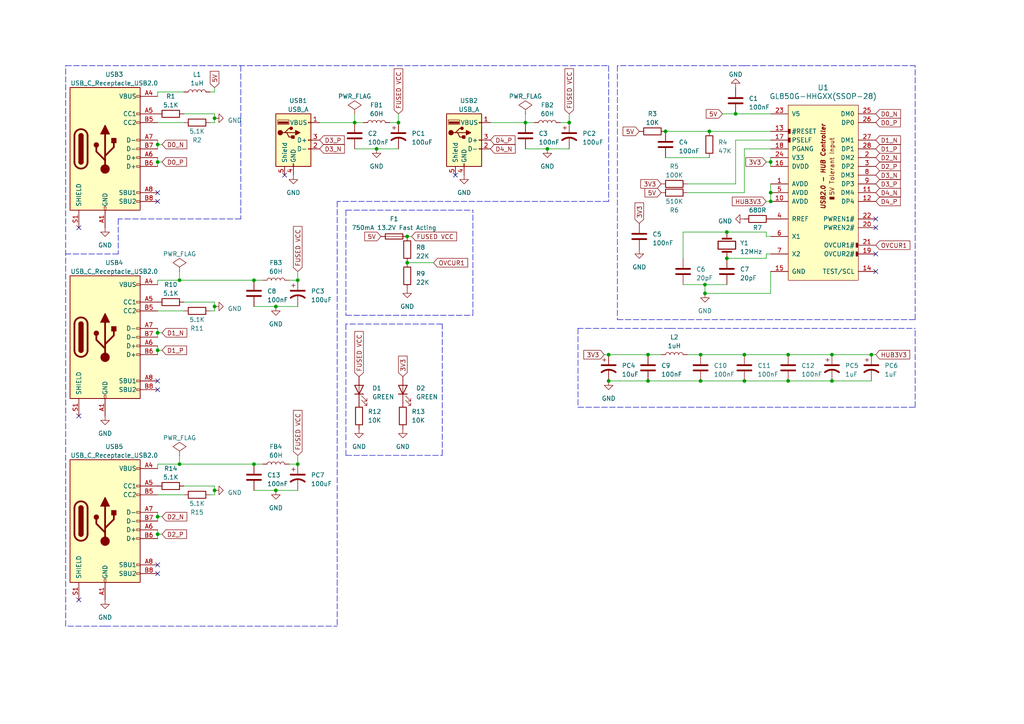
<source format=kicad_sch>
(kicad_sch (version 20250114) (generator "eeschema") (generator_version "9.0")
  (paper "A4")
  (lib_symbols
    (symbol "Connector:USB_A" (pin_names (offset 1.016))
      (property "Reference" "J" (at -5.08 11.43 0))
      (property "Value" "USB_A" (at -5.08 8.89 0))
      (symbol "USB_A_0_1"
        (rectangle (start -5.08 -7.62) (end 5.08 7.62) (stroke (width 0.254)) (fill (type background)))
        (circle (center -3.81 2.159) (radius 0.635) (stroke (width 0.254)) (fill (type outline)))
        (polyline (pts (xy -3.175 2.159) (xy -2.54 2.159) (xy -1.27 3.429) (xy -0.635 3.429)) (stroke (width 0.254)))
        (polyline (pts (xy -2.54 2.159) (xy -1.905 2.159) (xy -1.27 0.889) (xy 0 0.889)) (stroke (width 0.254)))
        (rectangle (start -1.524 4.826) (end -4.318 5.334) (fill (type outline)))
        (rectangle (start -1.27 4.572) (end -4.572 5.842))
        (circle (center -0.635 3.429) (radius 0.381) (stroke (width 0.254)) (fill (type outline)))
        (rectangle (start -0.127 -7.62) (end 0.127 -6.858))
        (rectangle (start 0.254 1.27) (end -0.508 0.508) (stroke (width 0.254)) (fill (type outline)))
        (polyline (pts (xy 0.635 2.794) (xy 0.635 1.524) (xy 1.905 2.159) (xy 0.635 2.794)) (stroke (width 0.254)) (fill (type outline)))
        (rectangle (start 5.08 4.953) (end 4.318 5.207))
        (rectangle (start 5.08 -0.127) (end 4.318 0.127))
        (rectangle (start 5.08 -2.667) (end 4.318 -2.413))
      )
      (symbol "USB_A_1_1"
        (polyline (pts (xy -1.905 2.159) (xy 0.635 2.159)) (stroke (width 0.254)))
        (pin passive line (at -2.54 -10.16 90) (length 2.54) (name "Shield") (number "5"))
        (pin power_in line (at 0 -10.16 90) (length 2.54) (name "GND") (number "4"))
        (pin power_in line (at 7.62 5.08 180) (length 2.54) (name "VBUS") (number "1"))
        (pin bidirectional line (at 7.62 0 180) (length 2.54) (name "D+") (number "3"))
        (pin bidirectional line (at 7.62 -2.54 180) (length 2.54) (name "D-") (number "2"))
      )
    )
    (symbol "Connector:USB_C_Receptacle_USB2.0" (pin_names (offset 1.016))
      (property "Reference" "J" (at -10.16 19.05 0))
      (property "Value" "USB_C_Receptacle_USB2.0" (at 19.05 19.05 0))
      (symbol "USB_C_Receptacle_USB2.0_0_0"
        (rectangle (start -0.254 -17.78) (end 0.254 -16.764))
        (rectangle (start 10.16 15.494) (end 9.144 14.986))
        (rectangle (start 10.16 10.414) (end 9.144 9.906))
        (rectangle (start 10.16 7.874) (end 9.144 7.366))
        (rectangle (start 10.16 2.794) (end 9.144 2.286))
        (rectangle (start 10.16 0.254) (end 9.144 -0.254))
        (rectangle (start 10.16 -2.286) (end 9.144 -2.794))
        (rectangle (start 10.16 -4.826) (end 9.144 -5.334))
        (rectangle (start 10.16 -12.446) (end 9.144 -12.954))
        (rectangle (start 10.16 -14.986) (end 9.144 -15.494))
      )
      (symbol "USB_C_Receptacle_USB2.0_0_1"
        (rectangle (start -10.16 17.78) (end 10.16 -17.78) (stroke (width 0.254)) (fill (type background)))
        (polyline (pts (xy -8.89 -3.81) (xy -8.89 3.81)) (stroke (width 0.508)))
        (rectangle (start -7.62 -3.81) (end -6.35 3.81) (stroke (width 0.254)) (fill (type outline)))
        (arc (start -8.89 3.81) (mid -6.985 5.715) (end -5.08 3.81) (stroke (width 0.508)))
        (arc (start -7.62 3.81) (mid -6.985 4.445) (end -6.35 3.81) (stroke (width 0.254)))
        (arc (start -7.62 3.81) (mid -6.985 4.445) (end -6.35 3.81) (stroke (width 0.254)) (fill (type outline)))
        (arc (start -6.35 -3.81) (mid -6.985 -4.445) (end -7.62 -3.81) (stroke (width 0.254)))
        (arc (start -6.35 -3.81) (mid -6.985 -4.445) (end -7.62 -3.81) (stroke (width 0.254)) (fill (type outline)))
        (arc (start -5.08 -3.81) (mid -6.985 -5.715) (end -8.89 -3.81) (stroke (width 0.508)))
        (polyline (pts (xy -5.08 3.81) (xy -5.08 -3.81)) (stroke (width 0.508)))
        (circle (center -2.54 1.143) (radius 0.635) (stroke (width 0.254)) (fill (type outline)))
        (polyline (pts (xy -1.27 4.318) (xy 0 6.858) (xy 1.27 4.318) (xy -1.27 4.318)) (stroke (width 0.254)) (fill (type outline)))
        (polyline (pts (xy 0 -2.032) (xy 2.54 0.508) (xy 2.54 1.778)) (stroke (width 0.508)))
        (polyline (pts (xy 0 -3.302) (xy -2.54 -0.762) (xy -2.54 0.508)) (stroke (width 0.508)))
        (polyline (pts (xy 0 -5.842) (xy 0 4.318)) (stroke (width 0.508)))
        (circle (center 0 -5.842) (radius 1.27) (fill (type outline)))
        (rectangle (start 1.905 1.778) (end 3.175 3.048) (stroke (width 0.254)) (fill (type outline)))
      )
      (symbol "USB_C_Receptacle_USB2.0_1_1"
        (pin passive line (at -7.62 -22.86 90) (length 5.08) (name "SHIELD") (number "S1"))
        (pin passive line (at 0 -22.86 90) (length 5.08) (name "GND") (number "A1"))
        (pin passive line (at 0 -22.86 90) (length 5.08) (hide yes) (name "GND") (number "A12"))
        (pin passive line (at 0 -22.86 90) (length 5.08) (hide yes) (name "GND") (number "B1"))
        (pin passive line (at 0 -22.86 90) (length 5.08) (hide yes) (name "GND") (number "B12"))
        (pin passive line (at 15.24 15.24 180) (length 5.08) (name "VBUS") (number "A4"))
        (pin passive line (at 15.24 15.24 180) (length 5.08) (hide yes) (name "VBUS") (number "A9"))
        (pin passive line (at 15.24 15.24 180) (length 5.08) (hide yes) (name "VBUS") (number "B4"))
        (pin passive line (at 15.24 15.24 180) (length 5.08) (hide yes) (name "VBUS") (number "B9"))
        (pin bidirectional line (at 15.24 10.16 180) (length 5.08) (name "CC1") (number "A5"))
        (pin bidirectional line (at 15.24 7.62 180) (length 5.08) (name "CC2") (number "B5"))
        (pin bidirectional line (at 15.24 2.54 180) (length 5.08) (name "D-") (number "A7"))
        (pin bidirectional line (at 15.24 0 180) (length 5.08) (name "D-") (number "B7"))
        (pin bidirectional line (at 15.24 -2.54 180) (length 5.08) (name "D+") (number "A6"))
        (pin bidirectional line (at 15.24 -5.08 180) (length 5.08) (name "D+") (number "B6"))
        (pin bidirectional line (at 15.24 -12.7 180) (length 5.08) (name "SBU1") (number "A8"))
        (pin bidirectional line (at 15.24 -15.24 180) (length 5.08) (name "SBU2") (number "B8"))
      )
    )
    (symbol "Device:C" (pin_numbers (hide yes)) (pin_names (offset 0.254))
      (property "Reference" "C" (at 0.635 2.54 0))
      (property "Value" "C" (at 0.635 -2.54 0))
      (symbol "C_0_1"
        (polyline (pts (xy -2.032 0.762) (xy 2.032 0.762)) (stroke (width 0.508)))
        (polyline (pts (xy -2.032 -0.762) (xy 2.032 -0.762)) (stroke (width 0.508)))
      )
      (symbol "C_1_1"
        (pin passive line (at 0 3.81 270) (length 2.794) (name "~") (number "1"))
        (pin passive line (at 0 -3.81 90) (length 2.794) (name "~") (number "2"))
      )
    )
    (symbol "Device:C_Polarized_US" (pin_numbers (hide yes)) (pin_names (offset 0.254) (hide yes))
      (property "Reference" "C" (at 0.635 2.54 0))
      (property "Value" "C_Polarized_US" (at 0.635 -2.54 0))
      (symbol "C_Polarized_US_0_1"
        (polyline (pts (xy -2.032 0.762) (xy 2.032 0.762)) (stroke (width 0.508)))
        (polyline (pts (xy -1.778 2.286) (xy -0.762 2.286)))
        (polyline (pts (xy -1.27 1.778) (xy -1.27 2.794)))
        (arc (start -2.032 -1.27) (mid 0 -0.5572) (end 2.032 -1.27) (stroke (width 0.508)))
      )
      (symbol "C_Polarized_US_1_1"
        (pin passive line (at 0 3.81 270) (length 2.794) (name "~") (number "1"))
        (pin passive line (at 0 -3.81 90) (length 3.302) (name "~") (number "2"))
      )
    )
    (symbol "Device:Crystal" (pin_numbers (hide yes)) (pin_names (offset 1.016) (hide yes))
      (property "Reference" "Y" (at 0 3.81 0))
      (property "Value" "Crystal" (at 0 -3.81 0))
      (symbol "Crystal_0_1"
        (polyline (pts (xy -2.54 0) (xy -1.905 0)))
        (polyline (pts (xy -1.905 -1.27) (xy -1.905 1.27)) (stroke (width 0.508)))
        (rectangle (start -1.143 2.54) (end 1.143 -2.54) (stroke (width 0.3048)))
        (polyline (pts (xy 1.905 -1.27) (xy 1.905 1.27)) (stroke (width 0.508)))
        (polyline (pts (xy 2.54 0) (xy 1.905 0)))
      )
      (symbol "Crystal_1_1"
        (pin passive line (at -3.81 0 0) (length 1.27) (name "1") (number "1"))
        (pin passive line (at 3.81 0 180) (length 1.27) (name "2") (number "2"))
      )
    )
    (symbol "Device:Fuse" (pin_numbers (hide yes)) (pin_names (offset 0))
      (property "Reference" "F" (at 2.032 0 90))
      (property "Value" "Fuse" (at -1.905 0 90))
      (symbol "Fuse_0_1"
        (rectangle (start -0.762 -2.54) (end 0.762 2.54) (stroke (width 0.254)))
        (polyline (pts (xy 0 2.54) (xy 0 -2.54)))
      )
      (symbol "Fuse_1_1"
        (pin passive line (at 0 3.81 270) (length 1.27) (name "~") (number "1"))
        (pin passive line (at 0 -3.81 90) (length 1.27) (name "~") (number "2"))
      )
    )
    (symbol "Device:L" (pin_numbers (hide yes)) (pin_names (offset 1.016) (hide yes))
      (property "Reference" "L" (at -1.27 0 90))
      (property "Value" "L" (at 1.905 0 90))
      (symbol "L_0_1"
        (arc (start 0 2.54) (mid 0.635 1.905) (end 0 1.27))
        (arc (start 0 1.27) (mid 0.635 0.635) (end 0 0))
        (arc (start 0 0) (mid 0.635 -0.635) (end 0 -1.27))
        (arc (start 0 -1.27) (mid 0.635 -1.905) (end 0 -2.54))
      )
      (symbol "L_1_1"
        (pin passive line (at 0 3.81 270) (length 1.27) (name "1") (number "1"))
        (pin passive line (at 0 -3.81 90) (length 1.27) (name "2") (number "2"))
      )
    )
    (symbol "Device:LED" (pin_numbers (hide yes)) (pin_names (offset 1.016) (hide yes))
      (property "Reference" "D" (at 0 2.54 0))
      (property "Value" "LED" (at 0 -2.54 0))
      (symbol "LED_0_1"
        (polyline (pts (xy -3.048 -0.762) (xy -4.572 -2.286) (xy -3.81 -2.286) (xy -4.572 -2.286) (xy -4.572 -1.524)))
        (polyline (pts (xy -1.778 -0.762) (xy -3.302 -2.286) (xy -2.54 -2.286) (xy -3.302 -2.286) (xy -3.302 -1.524)))
        (polyline (pts (xy -1.27 0) (xy 1.27 0)))
        (polyline (pts (xy -1.27 -1.27) (xy -1.27 1.27)) (stroke (width 0.254)))
        (polyline (pts (xy 1.27 -1.27) (xy 1.27 1.27) (xy -1.27 0) (xy 1.27 -1.27)) (stroke (width 0.254)))
      )
      (symbol "LED_1_1"
        (pin passive line (at -3.81 0 0) (length 2.54) (name "K") (number "1"))
        (pin passive line (at 3.81 0 180) (length 2.54) (name "A") (number "2"))
      )
    )
    (symbol "Device:R" (pin_numbers (hide yes)) (pin_names (offset 0))
      (property "Reference" "R" (at 2.032 0 90))
      (property "Value" "R" (at 0 0 90))
      (symbol "R_0_1"
        (rectangle (start -1.016 -2.54) (end 1.016 2.54) (stroke (width 0.254)))
      )
      (symbol "R_1_1"
        (pin passive line (at 0 3.81 270) (length 1.27) (name "~") (number "1"))
        (pin passive line (at 0 -3.81 90) (length 1.27) (name "~") (number "2"))
      )
    )
    (symbol "OLIMEX_IC:GL850G-HHGXX(SSOP-28)" (pin_names (offset 1.016))
      (property "Reference" "U" (at 0 27.94 0))
      (property "Value" "GL850G-HHGXX(SSOP-28)" (at 0 -27.94 0))
      (symbol "GL850G-HHGXX(SSOP-28)_0_0"
        (rectangle (start -10.16 18.415) (end -9.525 17.145) (fill (type outline)))
        (rectangle (start -10.16 15.875) (end -9.525 14.605) (fill (type outline)))
        (rectangle (start 1.905 -1.905) (end 3.175 -1.27) (fill (type outline)))
        (rectangle (start 9.525 -14.605) (end 10.16 -15.875) (fill (type outline)))
        (rectangle (start 9.525 -17.145) (end 10.16 -18.415) (fill (type outline)))
        (text "USB2.0 - HUB Controller" (at 0 7.62 900) (effects (font (size 1.27 1.27) (bold yes) (italic yes))))
        (text "5V Tolerant Input" (at 2.54 7.62 900) (effects (font (size 1.27 1.27))))
      )
      (symbol "GL850G-HHGXX(SSOP-28)_0_1"
        (rectangle (start -10.16 25.4) (end 10.16 -25.4) (fill (type background)))
      )
      (symbol "GL850G-HHGXX(SSOP-28)_1_1"
        (pin power_in line (at -15.24 22.86 0) (length 5.08) (name "V5") (number "23"))
        (pin input line (at -15.24 17.78 0) (length 5.08) (name "#RESET") (number "13"))
        (pin input line (at -15.24 15.24 0) (length 5.08) (name "PSELF") (number "17"))
        (pin bidirectional line (at -15.24 12.7 0) (length 5.08) (name "PGANG") (number "18"))
        (pin power_out line (at -15.24 10.16 0) (length 5.08) (name "V33") (number "24"))
        (pin power_in line (at -15.24 7.62 0) (length 5.08) (name "DVDD") (number "16"))
        (pin power_in line (at -15.24 2.54 0) (length 5.08) (name "AVDD") (number "1"))
        (pin power_in line (at -15.24 0 0) (length 5.08) (name "AVDD") (number "5"))
        (pin power_in line (at -15.24 -2.54 0) (length 5.08) (name "AVDD") (number "10"))
        (pin bidirectional line (at -15.24 -7.62 0) (length 5.08) (name "RREF") (number "4"))
        (pin input line (at -15.24 -12.7 0) (length 5.08) (name "X1") (number "6"))
        (pin output line (at -15.24 -17.78 0) (length 5.08) (name "X2") (number "7"))
        (pin power_in line (at -15.24 -22.86 0) (length 5.08) (name "GND") (number "15"))
        (pin bidirectional line (at 15.24 22.86 180) (length 5.08) (name "DM0") (number "25"))
        (pin bidirectional line (at 15.24 20.32 180) (length 5.08) (name "DP0") (number "26"))
        (pin bidirectional line (at 15.24 15.24 180) (length 5.08) (name "DM1") (number "27"))
        (pin bidirectional line (at 15.24 12.7 180) (length 5.08) (name "DP1") (number "28"))
        (pin bidirectional line (at 15.24 10.16 180) (length 5.08) (name "DM2") (number "2"))
        (pin bidirectional line (at 15.24 7.62 180) (length 5.08) (name "DP2") (number "3"))
        (pin bidirectional line (at 15.24 5.08 180) (length 5.08) (name "DM3") (number "8"))
        (pin bidirectional line (at 15.24 2.54 180) (length 5.08) (name "DP3") (number "9"))
        (pin bidirectional line (at 15.24 0 180) (length 5.08) (name "DM4") (number "11"))
        (pin bidirectional line (at 15.24 -2.54 180) (length 5.08) (name "DP4") (number "12"))
        (pin output line (at 15.24 -7.62 180) (length 5.08) (name "PWREN1#") (number "22"))
        (pin output line (at 15.24 -10.16 180) (length 5.08) (name "PWREN2#") (number "20"))
        (pin bidirectional line (at 15.24 -15.24 180) (length 5.08) (name "OVCUR1#") (number "21"))
        (pin bidirectional line (at 15.24 -17.78 180) (length 5.08) (name "OVCUR2#") (number "19"))
        (pin input line (at 15.24 -22.86 180) (length 5.08) (name "TEST/SCL") (number "14"))
      )
    )
    (symbol "OLIMEX_Power:GND" (power) (pin_names (offset 0))
      (property "Value" "GND" (at 0 -3.81 0))
      (symbol "GND_0_1"
        (polyline (pts (xy 0 0) (xy 0 -1.27) (xy 1.27 -1.27) (xy 0 -2.54) (xy -1.27 -1.27) (xy 0 -1.27)))
      )
      (symbol "GND_1_1"
        (pin power_in line (at 0 0 270) (length 0) (hide yes) (name "GND") (number "1"))
      )
    )
    (symbol "OLIMEX_Power:PWR_FLAG" (power) (pin_numbers (hide yes)) (pin_names (offset 0) (hide yes))
      (property "Value" "PWR_FLAG" (at 0 4.572 0))
      (symbol "PWR_FLAG_0_0"
        (pin power_out line (at 0 0 90) (length 0) (name "pwr") (number "1"))
      )
      (symbol "PWR_FLAG_0_1"
        (polyline (pts (xy 0 0) (xy 0 1.27) (xy -1.905 2.54) (xy 0 3.81) (xy 1.905 2.54) (xy 0 1.27)))
      )
    )
  )
  (junction (at 45.72 41.91) (diameter 0.9144))
  (junction (at 228.6 102.87) (diameter 0.9144))
  (junction (at 45.72 46.99) (diameter 0.9144))
  (junction (at 215.9 102.87) (diameter 0.9144))
  (junction (at 73.66 81.28) (diameter 0.9144))
  (junction (at 187.96 102.87) (diameter 0.9144))
  (junction (at 223.52 58.42) (diameter 0.9144))
  (junction (at 152.4 35.56) (diameter 0.9144))
  (junction (at 158.75 43.18) (diameter 0.9144))
  (junction (at 45.72 154.94) (diameter 0.9144))
  (junction (at 228.6 110.49) (diameter 0.9144))
  (junction (at 215.9 110.49) (diameter 0.9144))
  (junction (at 210.82 74.93) (diameter 0.9144))
  (junction (at 86.36 81.28) (diameter 0.9144))
  (junction (at 62.23 34.29))
  (junction (at 203.2 102.87) (diameter 0.9144))
  (junction (at 193.04 38.1) (diameter 0.9144))
  (junction (at 80.01 142.24) (diameter 0.9144))
  (junction (at 102.87 35.56) (diameter 0.9144))
  (junction (at 115.57 35.56) (diameter 0.9144))
  (junction (at 176.53 102.87) (diameter 0.9144))
  (junction (at 205.74 38.1) (diameter 0.9144))
  (junction (at 204.47 85.09) (diameter 0.9144))
  (junction (at 118.11 68.58) (diameter 0.9144))
  (junction (at 210.82 67.31) (diameter 0.9144))
  (junction (at 52.07 134.62) (diameter 0.9144))
  (junction (at 176.53 110.49) (diameter 0.9144))
  (junction (at 203.2 110.49) (diameter 0.9144))
  (junction (at 241.3 102.87) (diameter 0.9144))
  (junction (at 223.52 55.88) (diameter 0.9144))
  (junction (at 52.07 81.28) (diameter 0.9144))
  (junction (at 86.36 134.62) (diameter 0.9144))
  (junction (at 62.23 142.24) (diameter 0.9144))
  (junction (at 223.52 46.99) (diameter 0.9144))
  (junction (at 109.22 43.18) (diameter 0.9144))
  (junction (at 187.96 110.49) (diameter 0.9144))
  (junction (at 62.23 88.9) (diameter 0.9144))
  (junction (at 241.3 110.49) (diameter 0.9144))
  (junction (at 252.73 102.87) (diameter 0.9144))
  (junction (at 45.72 101.6) (diameter 0.9144))
  (junction (at 45.72 96.52) (diameter 0.9144))
  (junction (at 73.66 134.62) (diameter 0.9144))
  (junction (at 165.1 35.56) (diameter 0.9144))
  (junction (at 45.72 149.86) (diameter 0.9144))
  (junction (at 118.11 76.2) (diameter 0.9144))
  (junction (at 213.36 33.02) (diameter 0.9144))
  (junction (at 204.47 82.55) (diameter 0.9144))
  (junction (at 80.01 88.9) (diameter 0.9144))
  (no_connect (at 45.72 55.88))
  (no_connect (at 45.72 58.42))
  (no_connect (at 22.86 173.99))
  (no_connect (at 254 63.5))
  (no_connect (at 254 66.04))
  (no_connect (at 254 73.66))
  (no_connect (at 22.86 66.04))
  (no_connect (at 22.86 120.65))
  (no_connect (at 45.72 110.49))
  (no_connect (at 45.72 113.03))
  (no_connect (at 45.72 166.37))
  (no_connect (at 82.55 50.8))
  (no_connect (at 132.08 50.8))
  (no_connect (at 45.72 163.83))
  (no_connect (at 254 78.74))
  (wire (pts (xy 210.82 67.31) (xy 222.25 67.31)))
  (wire (pts (xy 222.25 67.31) (xy 222.25 68.58)))
  (wire (pts (xy 222.25 68.58) (xy 223.52 68.58)))
  (wire (pts (xy 193.04 38.1) (xy 205.74 38.1)))
  (wire (pts (xy 52.07 134.62) (xy 73.66 134.62)))
  (wire (pts (xy 45.72 153.67) (xy 45.72 154.94)))
  (wire (pts (xy 45.72 154.94) (xy 45.72 156.21)))
  (wire (pts (xy 53.34 33.02) (xy 62.23 33.02)))
  (wire (pts (xy 45.72 95.25) (xy 45.72 96.52)))
  (wire (pts (xy 45.72 96.52) (xy 45.72 97.79)))
  (wire (pts (xy 60.96 143.51) (xy 62.23 143.51)))
  (wire (pts (xy 60.96 26.67) (xy 62.23 26.67)))
  (wire (pts (xy 53.34 87.63) (xy 62.23 87.63)))
  (wire (pts (xy 62.23 140.97) (xy 62.23 142.24)))
  (wire (pts (xy 73.66 134.62) (xy 76.2 134.62)))
  (wire (pts (xy 118.11 76.2) (xy 125.73 76.2)))
  (polyline (pts (xy 100.33 60.96) (xy 100.33 91.44)) (stroke (width 0) (type dash)))
  (polyline (pts (xy 100.33 60.96) (xy 137.16 60.96)) (stroke (width 0) (type dash)))
  (polyline (pts (xy 100.33 91.44) (xy 137.16 91.44)) (stroke (width 0) (type dash)))
  (polyline (pts (xy 137.16 91.44) (xy 137.16 60.96)) (stroke (width 0) (type dash)))
  (wire (pts (xy 222.25 46.99) (xy 223.52 46.99)))
  (wire (pts (xy 204.47 85.09) (xy 204.47 82.55)))
  (wire (pts (xy 223.52 78.74) (xy 223.52 85.09)))
  (wire (pts (xy 223.52 85.09) (xy 204.47 85.09)))
  (wire (pts (xy 45.72 45.72) (xy 45.72 46.99)))
  (wire (pts (xy 45.72 46.99) (xy 45.72 48.26)))
  (wire (pts (xy 102.87 33.02) (xy 102.87 35.56)))
  (wire (pts (xy 162.56 35.56) (xy 165.1 35.56)))
  (wire (pts (xy 158.75 43.18) (xy 165.1 43.18)))
  (wire (pts (xy 45.72 100.33) (xy 45.72 101.6)))
  (wire (pts (xy 45.72 101.6) (xy 45.72 102.87)))
  (wire (pts (xy 45.72 149.86) (xy 46.99 149.86)))
  (wire (pts (xy 142.24 35.56) (xy 152.4 35.56)))
  (wire (pts (xy 102.87 43.18) (xy 109.22 43.18)))
  (wire (pts (xy 102.87 35.56) (xy 105.41 35.56)))
  (wire (pts (xy 165.1 33.02) (xy 165.1 35.56)))
  (wire (pts (xy 52.07 81.28) (xy 73.66 81.28)))
  (wire (pts (xy 73.66 81.28) (xy 76.2 81.28)))
  (wire (pts (xy 176.53 110.49) (xy 187.96 110.49)))
  (wire (pts (xy 187.96 110.49) (xy 203.2 110.49)))
  (wire (pts (xy 203.2 110.49) (xy 215.9 110.49)))
  (wire (pts (xy 215.9 110.49) (xy 228.6 110.49)))
  (wire (pts (xy 228.6 110.49) (xy 241.3 110.49)))
  (wire (pts (xy 241.3 110.49) (xy 252.73 110.49)))
  (wire (pts (xy 222.25 58.42) (xy 223.52 58.42)))
  (wire (pts (xy 53.34 140.97) (xy 62.23 140.97)))
  (wire (pts (xy 152.4 35.56) (xy 154.94 35.56)))
  (wire (pts (xy 45.72 46.99) (xy 46.99 46.99)))
  (wire (pts (xy 60.96 90.17) (xy 62.23 90.17)))
  (wire (pts (xy 45.72 90.17) (xy 53.34 90.17)))
  (wire (pts (xy 45.72 40.64) (xy 45.72 41.91)))
  (wire (pts (xy 45.72 41.91) (xy 45.72 43.18)))
  (wire (pts (xy 118.11 68.58) (xy 119.38 68.58)))
  (wire (pts (xy 152.4 33.02) (xy 152.4 35.56)))
  (wire (pts (xy 205.74 38.1) (xy 223.52 38.1)))
  (wire (pts (xy 45.72 148.59) (xy 45.72 149.86)))
  (wire (pts (xy 45.72 149.86) (xy 45.72 151.13)))
  (wire (pts (xy 228.6 102.87) (xy 241.3 102.87)))
  (wire (pts (xy 241.3 102.87) (xy 252.73 102.87)))
  (wire (pts (xy 252.73 102.87) (xy 254 102.87)))
  (wire (pts (xy 193.04 45.72) (xy 205.74 45.72)))
  (wire (pts (xy 45.72 135.89) (xy 45.72 134.62)))
  (wire (pts (xy 62.23 87.63) (xy 62.23 88.9)))
  (wire (pts (xy 62.23 88.9) (xy 62.23 90.17)))
  (wire (pts (xy 62.23 34.29) (xy 62.23 35.56)))
  (wire (pts (xy 199.39 55.88) (xy 215.9 55.88)))
  (wire (pts (xy 215.9 43.18) (xy 223.52 43.18)))
  (wire (pts (xy 215.9 55.88) (xy 215.9 43.18)))
  (wire (pts (xy 62.23 142.24) (xy 62.23 143.51)))
  (wire (pts (xy 83.82 134.62) (xy 86.36 134.62)))
  (wire (pts (xy 115.57 33.02) (xy 115.57 35.56)))
  (wire (pts (xy 175.26 102.87) (xy 176.53 102.87)))
  (wire (pts (xy 176.53 102.87) (xy 187.96 102.87)))
  (polyline (pts (xy 19.05 19.05) (xy 176.53 19.05)) (stroke (width 0) (type dash)))
  (polyline (pts (xy 19.05 181.61) (xy 19.05 19.05)) (stroke (width 0) (type dash)))
  (polyline (pts (xy 30.48 181.61) (xy 19.05 181.61)) (stroke (width 0) (type dash)))
  (polyline (pts (xy 30.48 181.61) (xy 97.79 181.61)) (stroke (width 0) (type dash)))
  (polyline (pts (xy 97.79 58.42) (xy 97.79 181.61)) (stroke (width 0) (type dash)))
  (polyline (pts (xy 176.53 19.05) (xy 176.53 58.42)) (stroke (width 0) (type dash)))
  (polyline (pts (xy 176.53 58.42) (xy 97.79 58.42)) (stroke (width 0) (type dash)))
  (wire (pts (xy 73.66 88.9) (xy 80.01 88.9)))
  (wire (pts (xy 80.01 88.9) (xy 86.36 88.9)))
  (wire (pts (xy 45.72 26.67) (xy 53.34 26.67)))
  (wire (pts (xy 45.72 96.52) (xy 46.99 96.52)))
  (wire (pts (xy 152.4 43.18) (xy 158.75 43.18)))
  (wire (pts (xy 45.72 154.94) (xy 46.99 154.94)))
  (wire (pts (xy 45.72 35.56) (xy 53.34 35.56)))
  (wire (pts (xy 45.72 143.51) (xy 53.34 143.51)))
  (wire (pts (xy 223.52 45.72) (xy 223.52 46.99)))
  (wire (pts (xy 223.52 46.99) (xy 223.52 48.26)))
  (wire (pts (xy 209.55 33.02) (xy 213.36 33.02)))
  (wire (pts (xy 213.36 33.02) (xy 223.52 33.02)))
  (polyline (pts (xy 100.33 93.98) (xy 100.33 132.08)) (stroke (width 0) (type dash)))
  (polyline (pts (xy 100.33 132.08) (xy 128.27 132.08)) (stroke (width 0) (type dash)))
  (polyline (pts (xy 128.27 93.98) (xy 100.33 93.98)) (stroke (width 0) (type dash)))
  (polyline (pts (xy 128.27 132.08) (xy 128.27 93.98)) (stroke (width 0) (type dash)))
  (wire (pts (xy 223.52 53.34) (xy 223.52 55.88)))
  (wire (pts (xy 223.52 55.88) (xy 223.52 58.42)))
  (polyline (pts (xy 34.29 63.5) (xy 34.29 73.66)) (stroke (width 0) (type dash)))
  (polyline (pts (xy 34.29 73.66) (xy 19.05 73.66)) (stroke (width 0) (type dash)))
  (polyline (pts (xy 69.85 19.05) (xy 69.85 63.5)) (stroke (width 0) (type dash)))
  (polyline (pts (xy 69.85 63.5) (xy 34.29 63.5)) (stroke (width 0) (type dash)))
  (polyline (pts (xy 167.64 95.25) (xy 167.64 118.11)) (stroke (width 0) (type dash)))
  (polyline (pts (xy 167.64 118.11) (xy 265.43 118.11)) (stroke (width 0) (type dash)))
  (polyline (pts (xy 194.31 95.25) (xy 167.64 95.25)) (stroke (width 0) (type dash)))
  (polyline (pts (xy 194.31 95.25) (xy 265.43 95.25)) (stroke (width 0) (type dash)))
  (polyline (pts (xy 265.43 118.11) (xy 265.43 95.25)) (stroke (width 0) (type dash)))
  (wire (pts (xy 45.72 101.6) (xy 46.99 101.6)))
  (wire (pts (xy 113.03 35.56) (xy 115.57 35.56)))
  (wire (pts (xy 45.72 81.28) (xy 52.07 81.28)))
  (wire (pts (xy 45.72 82.55) (xy 45.72 81.28)))
  (wire (pts (xy 52.07 132.08) (xy 52.07 134.62)))
  (wire (pts (xy 45.72 41.91) (xy 46.99 41.91)))
  (wire (pts (xy 86.36 78.74) (xy 86.36 81.28)))
  (wire (pts (xy 198.12 82.55) (xy 204.47 82.55)))
  (wire (pts (xy 204.47 82.55) (xy 210.82 82.55)))
  (wire (pts (xy 199.39 53.34) (xy 213.36 53.34)))
  (wire (pts (xy 213.36 40.64) (xy 223.52 40.64)))
  (wire (pts (xy 213.36 53.34) (xy 213.36 40.64)))
  (wire (pts (xy 45.72 26.67) (xy 45.72 27.94)))
  (wire (pts (xy 210.82 74.93) (xy 222.25 74.93)))
  (wire (pts (xy 222.25 73.66) (xy 223.52 73.66)))
  (wire (pts (xy 222.25 74.93) (xy 222.25 73.66)))
  (wire (pts (xy 73.66 142.24) (xy 80.01 142.24)))
  (wire (pts (xy 198.12 67.31) (xy 198.12 74.93)))
  (wire (pts (xy 198.12 67.31) (xy 210.82 67.31)))
  (wire (pts (xy 83.82 81.28) (xy 86.36 81.28)))
  (wire (pts (xy 109.22 43.18) (xy 115.57 43.18)))
  (wire (pts (xy 92.71 35.56) (xy 102.87 35.56)))
  (wire (pts (xy 60.96 35.56) (xy 62.23 35.56)))
  (wire (pts (xy 62.23 26.67) (xy 62.23 25.4)))
  (wire (pts (xy 62.23 33.02) (xy 62.23 34.29)))
  (wire (pts (xy 86.36 132.08) (xy 86.36 134.62)))
  (wire (pts (xy 45.72 134.62) (xy 52.07 134.62)))
  (wire (pts (xy 80.01 142.24) (xy 86.36 142.24)))
  (wire (pts (xy 52.07 78.74) (xy 52.07 81.28)))
  (wire (pts (xy 187.96 102.87) (xy 191.77 102.87)))
  (wire (pts (xy 199.39 102.87) (xy 203.2 102.87)))
  (wire (pts (xy 203.2 102.87) (xy 215.9 102.87)))
  (wire (pts (xy 215.9 102.87) (xy 228.6 102.87)))
  (polyline (pts (xy 179.07 19.05) (xy 179.07 92.71)) (stroke (width 0) (type dash)))
  (polyline (pts (xy 179.07 92.71) (xy 265.43 92.71)) (stroke (width 0) (type dash)))
  (polyline (pts (xy 215.9 19.05) (xy 179.07 19.05)) (stroke (width 0) (type dash)))
  (polyline (pts (xy 215.9 19.05) (xy 265.43 19.05)) (stroke (width 0) (type dash)))
  (polyline (pts (xy 265.43 92.71) (xy 265.43 19.05)) (stroke (width 0) (type dash)))
  (global_label "FUSED VCC" (shape input) (at 104.14 109.22 90) (property "Intersheetrefs" "${INTERSHEET_REFS}" (effects (hide yes))))
  (global_label "D3_P" (shape input) (at 254 53.34 0) (property "Intersheetrefs" "${INTERSHEET_REFS}" (effects (hide yes))))
  (global_label "D1_P" (shape input) (at 254 43.18 0) (property "Intersheetrefs" "${INTERSHEET_REFS}" (effects (hide yes))))
  (global_label "D4_P" (shape input) (at 142.24 40.64 0) (property "Intersheetrefs" "${INTERSHEET_REFS}" (effects (hide yes))))
  (global_label "FUSED VCC" (shape input) (at 115.57 33.02 90) (property "Intersheetrefs" "${INTERSHEET_REFS}" (effects (hide yes))))
  (global_label "3V3" (shape input) (at 222.25 46.99 180) (property "Intersheetrefs" "${INTERSHEET_REFS}" (effects (hide yes))))
  (global_label "D3_N" (shape input) (at 254 50.8 0) (property "Intersheetrefs" "${INTERSHEET_REFS}" (effects (hide yes))))
  (global_label "HUB3V3" (shape input) (at 254 102.87 0) (property "Intersheetrefs" "${INTERSHEET_REFS}" (effects (hide yes))))
  (global_label "FUSED VCC" (shape input) (at 86.36 78.74 90) (property "Intersheetrefs" "${INTERSHEET_REFS}" (effects (hide yes))))
  (global_label "D0_N" (shape input) (at 46.99 41.91 0) (property "Intersheetrefs" "${INTERSHEET_REFS}" (effects (hide yes))))
  (global_label "D0_P" (shape input) (at 46.99 46.99 0) (property "Intersheetrefs" "${INTERSHEET_REFS}" (effects (hide yes))))
  (global_label "D4_P" (shape input) (at 254 58.42 0) (property "Intersheetrefs" "${INTERSHEET_REFS}" (effects (hide yes))))
  (global_label "5V" (shape input) (at 191.77 55.88 180) (property "Intersheetrefs" "${INTERSHEET_REFS}" (effects (hide yes))))
  (global_label "FUSED VCC" (shape input) (at 119.38 68.58 0) (property "Intersheetrefs" "${INTERSHEET_REFS}" (effects (hide yes))))
  (global_label "FUSED VCC" (shape input) (at 165.1 33.02 90) (property "Intersheetrefs" "${INTERSHEET_REFS}" (effects (hide yes))))
  (global_label "3V3" (shape input) (at 175.26 102.87 180) (property "Intersheetrefs" "${INTERSHEET_REFS}" (effects (hide yes))))
  (global_label "3V3" (shape input) (at 185.42 64.77 90) (property "Intersheetrefs" "${INTERSHEET_REFS}" (effects (hide yes))))
  (global_label "D3_P" (shape input) (at 92.71 40.64 0) (property "Intersheetrefs" "${INTERSHEET_REFS}" (effects (hide yes))))
  (global_label "5V" (shape input) (at 185.42 38.1 180) (property "Intersheetrefs" "${INTERSHEET_REFS}" (effects (hide yes))))
  (global_label "D3_N" (shape input) (at 92.71 43.18 0) (property "Intersheetrefs" "${INTERSHEET_REFS}" (effects (hide yes))))
  (global_label "D0_N" (shape input) (at 254 33.02 0) (property "Intersheetrefs" "${INTERSHEET_REFS}" (effects (hide yes))))
  (global_label "OVCUR1" (shape input) (at 125.73 76.2 0) (property "Intersheetrefs" "${INTERSHEET_REFS}" (effects (hide yes))))
  (global_label "3V3" (shape input) (at 116.84 109.22 90) (property "Intersheetrefs" "${INTERSHEET_REFS}" (effects (hide yes))))
  (global_label "D1_P" (shape input) (at 46.99 101.6 0) (property "Intersheetrefs" "${INTERSHEET_REFS}" (effects (hide yes))))
  (global_label "D4_N" (shape input) (at 254 55.88 0) (property "Intersheetrefs" "${INTERSHEET_REFS}" (effects (hide yes))))
  (global_label "D4_N" (shape input) (at 142.24 43.18 0) (property "Intersheetrefs" "${INTERSHEET_REFS}" (effects (hide yes))))
  (global_label "FUSED VCC" (shape input) (at 86.36 132.08 90) (property "Intersheetrefs" "${INTERSHEET_REFS}" (effects (hide yes))))
  (global_label "3V3" (shape input) (at 191.77 53.34 180) (property "Intersheetrefs" "${INTERSHEET_REFS}" (effects (hide yes))))
  (global_label "5V" (shape input) (at 209.55 33.02 180) (property "Intersheetrefs" "${INTERSHEET_REFS}" (effects (hide yes))))
  (global_label "D2_P" (shape input) (at 46.99 154.94 0) (property "Intersheetrefs" "${INTERSHEET_REFS}" (effects (hide yes))))
  (global_label "OVCUR1" (shape input) (at 254 71.12 0) (property "Intersheetrefs" "${INTERSHEET_REFS}" (effects (hide yes))))
  (global_label "D1_N" (shape input) (at 46.99 96.52 0) (property "Intersheetrefs" "${INTERSHEET_REFS}" (effects (hide yes))))
  (global_label "HUB3V3" (shape input) (at 222.25 58.42 180) (property "Intersheetrefs" "${INTERSHEET_REFS}" (effects (hide yes))))
  (global_label "D0_P" (shape input) (at 254 35.56 0) (property "Intersheetrefs" "${INTERSHEET_REFS}" (effects (hide yes))))
  (global_label "D2_N" (shape input) (at 254 45.72 0) (property "Intersheetrefs" "${INTERSHEET_REFS}" (effects (hide yes))))
  (global_label "D1_N" (shape input) (at 254 40.64 0) (property "Intersheetrefs" "${INTERSHEET_REFS}" (effects (hide yes))))
  (global_label "D2_N" (shape input) (at 46.99 149.86 0) (property "Intersheetrefs" "${INTERSHEET_REFS}" (effects (hide yes))))
  (global_label "D2_P" (shape input) (at 254 48.26 0) (property "Intersheetrefs" "${INTERSHEET_REFS}" (effects (hide yes))))
  (global_label "5V" (shape input) (at 110.49 68.58 180) (property "Intersheetrefs" "${INTERSHEET_REFS}" (effects (hide yes))))
  (global_label "5V" (shape input) (at 62.23 25.4 90) (property "Intersheetrefs" "${INTERSHEET_REFS}" (effects (hide yes))))
  (symbol (lib_id "Device:C_Polarized_US") (at 241.3 106.68 0) (unit 1)
    (property "Reference" "PC5" (at 245.11 106.0449 0) (effects (justify left)))
    (property "Value" "1uF" (at 245.11 108.5849 0) (effects (justify left)))
    (property "Footprint" "Capacitor_THT:CP_Radial_D5.0mm_P2.00mm" (effects (hide yes)))
  )
  (symbol (lib_id "OLIMEX_Power:GND") (at 134.62 50.8 0) (unit 1)
    (property "Reference" "#PWR0117" (effects (hide yes)))
    (property "Value" "GND" (at 134.62 55.88 0))
  )
  (symbol (lib_id "Device:C_Polarized_US") (at 165.1 39.37 0) (unit 1)
    (property "Reference" "PC2" (at 168.91 38.7349 0) (effects (justify left)))
    (property "Value" "100uF" (at 168.91 41.2749 0) (effects (justify left)))
    (property "Footprint" "Capacitor_THT:CP_Radial_D5.0mm_P2.00mm" (effects (hide yes)))
  )
  (symbol (lib_id "Device:LED") (at 104.14 113.03 90) (unit 1)
    (property "Reference" "D1" (at 107.95 112.5854 90) (effects (justify right)))
    (property "Value" "GREEN" (at 107.95 115.1254 90) (effects (justify right)))
    (property "Footprint" "LED_SMD:LED_0805_2012Metric" (effects (hide yes)))
  )
  (symbol (lib_id "Device:R") (at 118.11 80.01 0) (unit 1)
    (property "Reference" "R9" (at 120.65 79.3749 0) (effects (justify left)))
    (property "Value" "22K" (at 120.65 81.9149 0) (effects (justify left)))
    (property "Footprint" "Resistor_SMD:R_0603_1608Metric" (effects (hide yes)))
  )
  (symbol (lib_id "Device:C") (at 203.2 106.68 0) (unit 1)
    (property "Reference" "C10" (at 207.01 106.0449 0) (effects (justify left)))
    (property "Value" "100nF" (at 207.01 108.5849 0) (effects (justify left)))
    (property "Footprint" "Capacitor_SMD:C_0603_1608Metric" (effects (hide yes)))
  )
  (symbol (lib_id "Device:R") (at 57.15 90.17 90) (unit 1)
    (property "Reference" "R11" (at 57.15 95.25 90))
    (property "Value" "5.1K" (at 57.15 92.71 90))
    (property "Footprint" "Resistor_SMD:R_0603_1608Metric" (effects (hide yes)))
  )
  (symbol (lib_id "OLIMEX_Power:GND") (at 104.14 124.46 0) (unit 1)
    (property "Reference" "#PWR0109" (effects (hide yes)))
    (property "Value" "GND" (at 104.14 129.54 0))
  )
  (symbol (lib_id "Device:C") (at 187.96 106.68 0) (unit 1)
    (property "Reference" "C9" (at 191.77 106.0449 0) (effects (justify left)))
    (property "Value" "100nF" (at 191.77 108.5849 0) (effects (justify left)))
    (property "Footprint" "Capacitor_SMD:C_0603_1608Metric" (effects (hide yes)))
  )
  (symbol (lib_id "Device:C") (at 193.04 41.91 0) (unit 1)
    (property "Reference" "C4" (at 196.85 41.2749 0) (effects (justify left)))
    (property "Value" "100nF" (at 196.85 43.8149 0) (effects (justify left)))
    (property "Footprint" "Capacitor_SMD:C_0603_1608Metric" (effects (hide yes)))
  )
  (symbol (lib_id "Device:L") (at 80.01 134.62 90) (unit 1)
    (property "Reference" "FB4" (at 80.01 129.54 90))
    (property "Value" "60H" (at 80.01 132.08 90))
    (property "Footprint" "Inductor_SMD:L_0805_2012Metric" (effects (hide yes)))
  )
  (symbol (lib_id "Device:C_Polarized_US") (at 86.36 85.09 0) (unit 1)
    (property "Reference" "PC3" (at 90.17 84.4549 0) (effects (justify left)))
    (property "Value" "100uF" (at 90.17 86.9949 0) (effects (justify left)))
    (property "Footprint" "Capacitor_THT:CP_Radial_D5.0mm_P2.00mm" (effects (hide yes)))
  )
  (symbol (lib_id "OLIMEX_Power:GND") (at 85.09 50.8 0) (unit 1)
    (property "Reference" "#PWR0110" (effects (hide yes)))
    (property "Value" "GND" (at 85.09 55.88 0))
  )
  (symbol (lib_id "OLIMEX_Power:GND") (at 118.11 83.82 0) (unit 1)
    (property "Reference" "#PWR0116" (effects (hide yes)))
    (property "Value" "GND" (at 118.11 88.9 0))
  )
  (symbol (lib_id "Device:C") (at 228.6 106.68 0) (unit 1)
    (property "Reference" "C12" (at 232.41 106.0449 0) (effects (justify left)))
    (property "Value" "100nF" (at 232.41 108.5849 0) (effects (justify left)))
    (property "Footprint" "Capacitor_SMD:C_0603_1608Metric" (effects (hide yes)))
  )
  (symbol (lib_id "OLIMEX_Power:GND") (at 215.9 63.5 270) (unit 1)
    (property "Reference" "#PWR0112" (effects (hide yes)))
    (property "Value" "GND" (at 208.28 64.1349 90) (effects (justify left)))
  )
  (symbol (lib_id "Connector:USB_C_Receptacle_USB2.0") (at 30.48 43.18 0) (unit 1)
    (property "Reference" "USB3" (at 33.147 21.59 0))
    (property "Value" "USB_C_Receptacle_USB2.0" (at 33.147 24.13 0))
    (property "Footprint" "Connector_USB:USB_C_Receptacle_Palconn_UTC16-G" (effects (hide yes)))
    (property "Datasheet" "https://www.usb.org/sites/default/files/documents/usb_type-c.zip" (effects (hide yes)))
  )
  (symbol (lib_id "Device:R") (at 195.58 55.88 90) (unit 1)
    (property "Reference" "R6" (at 195.58 60.96 90))
    (property "Value" "510K" (at 195.58 58.42 90))
    (property "Footprint" "Resistor_SMD:R_0603_1608Metric" (effects (hide yes)))
  )
  (symbol (lib_id "OLIMEX_Power:GND") (at 176.53 110.49 0) (unit 1)
    (property "Reference" "#PWR0114" (effects (hide yes)))
    (property "Value" "GND" (at 176.53 115.57 0))
  )
  (symbol (lib_id "Connector:USB_A") (at 134.62 40.64 0) (unit 1)
    (property "Reference" "USB2" (at 136.017 29.21 0))
    (property "Value" "USB_A" (at 136.017 31.75 0))
    (property "Footprint" "Connector_USB:USB_A_Molex_67643_Horizontal" (effects (hide yes)))
    (property "Datasheet" " ~" (effects (hide yes)))
  )
  (symbol (lib_id "OLIMEX_Power:PWR_FLAG") (at 102.87 33.02 0) (unit 1)
    (property "Reference" "#FLG0103" (effects (hide yes)))
    (property "Value" "PWR_FLAG" (at 102.87 27.94 0))
  )
  (symbol (lib_id "Device:L") (at 195.58 102.87 90) (unit 1)
    (property "Reference" "L2" (at 195.58 97.79 90))
    (property "Value" "1uH" (at 195.58 100.33 90))
    (property "Footprint" "Inductor_SMD:L_0805_2012Metric" (effects (hide yes)))
  )
  (symbol (lib_id "Device:Crystal") (at 210.82 71.12 270) (unit 1)
    (property "Reference" "Y1" (at 214.63 70.4849 90) (effects (justify left)))
    (property "Value" "12MHz" (at 214.63 73.0249 90) (effects (justify left)))
    (property "Footprint" "Crystal:Crystal_HC50_Vertical" (effects (hide yes)))
  )
  (symbol (lib_id "Device:C_Polarized_US") (at 252.73 106.68 0) (unit 1)
    (property "Reference" "PC6" (at 256.54 106.0449 0) (effects (justify left)))
    (property "Value" "1uF" (at 256.54 108.5849 0) (effects (justify left)))
    (property "Footprint" "Capacitor_THT:CP_Radial_D5.0mm_P2.00mm" (effects (hide yes)))
  )
  (symbol (lib_id "Device:Fuse") (at 114.3 68.58 90) (unit 1)
    (property "Reference" "F1" (at 114.3 63.5 90))
    (property "Value" "750mA 13.2V Fast Acting" (at 114.3 66.04 90))
    (property "Footprint" "Fuse:Fuse_1812_4532Metric" (effects (hide yes)))
  )
  (symbol (lib_id "Connector:USB_C_Receptacle_USB2.0") (at 30.48 151.13 0) (unit 1)
    (property "Reference" "USB5" (at 33.147 129.54 0))
    (property "Value" "USB_C_Receptacle_USB2.0" (at 33.147 132.08 0))
    (property "Footprint" "Connector_USB:USB_C_Receptacle_Palconn_UTC16-G" (effects (hide yes)))
    (property "Datasheet" "https://www.usb.org/sites/default/files/documents/usb_type-c.zip" (effects (hide yes)))
  )
  (symbol (lib_id "Device:R") (at 118.11 72.39 0) (unit 1)
    (property "Reference" "R8" (at 120.65 71.7549 0) (effects (justify left)))
    (property "Value" "22K" (at 120.65 74.2949 0) (effects (justify left)))
    (property "Footprint" "Resistor_SMD:R_0603_1608Metric" (effects (hide yes)))
  )
  (symbol (lib_id "Device:R") (at 57.15 35.56 90) (unit 1)
    (property "Reference" "R2" (at 57.15 40.64 90))
    (property "Value" "5.1K" (at 57.15 38.1 90))
    (property "Footprint" "Resistor_SMD:R_0603_1608Metric" (effects (hide yes)))
  )
  (symbol (lib_id "Device:R") (at 57.15 143.51 90) (unit 1)
    (property "Reference" "R15" (at 57.15 148.59 90))
    (property "Value" "5.1K" (at 57.15 146.05 90))
    (property "Footprint" "Resistor_SMD:R_0603_1608Metric" (effects (hide yes)))
  )
  (symbol (lib_id "Device:R") (at 104.14 120.65 0) (unit 1)
    (property "Reference" "R12" (at 106.68 119.38 0) (effects (justify left)))
    (property "Value" "10K" (at 106.68 121.92 0) (effects (justify left)))
    (property "Footprint" "Resistor_SMD:R_0603_1608Metric" (effects (hide yes)))
  )
  (symbol (lib_id "OLIMEX_Power:GND") (at 80.01 142.24 0) (unit 1)
    (property "Reference" "#PWR0101" (effects (hide yes)))
    (property "Value" "GND" (at 80.01 147.32 0))
  )
  (symbol (lib_id "OLIMEX_Power:GND") (at 30.48 66.04 0) (unit 1)
    (property "Reference" "#PWR0107" (effects (hide yes)))
    (property "Value" "GND" (at 30.48 71.12 0))
  )
  (symbol (lib_id "Device:L") (at 109.22 35.56 90) (unit 1)
    (property "Reference" "FB1" (at 109.22 30.48 90))
    (property "Value" "60H" (at 109.22 33.02 90))
    (property "Footprint" "Inductor_SMD:L_0805_2012Metric" (effects (hide yes)))
  )
  (symbol (lib_id "OLIMEX_Power:PWR_FLAG") (at 52.07 78.74 0) (unit 1)
    (property "Reference" "#FLG0101" (effects (hide yes)))
    (property "Value" "PWR_FLAG" (at 52.07 73.66 0))
  )
  (symbol (lib_id "Device:R") (at 219.71 63.5 90) (unit 1)
    (property "Reference" "R7" (at 219.71 66.04 90))
    (property "Value" "680R" (at 219.71 60.96 90))
    (property "Footprint" "Resistor_SMD:R_0603_1608Metric" (effects (hide yes)))
  )
  (symbol (lib_id "Device:R") (at 189.23 38.1 90) (unit 1)
    (property "Reference" "R3" (at 189.23 33.02 90))
    (property "Value" "10K" (at 189.23 35.56 90))
    (property "Footprint" "Resistor_SMD:R_0603_1608Metric" (effects (hide yes)))
  )
  (symbol (lib_id "Device:R") (at 116.84 120.65 0) (unit 1)
    (property "Reference" "R13" (at 119.38 119.38 0) (effects (justify left)))
    (property "Value" "10K" (at 119.38 121.92 0) (effects (justify left)))
    (property "Footprint" "Resistor_SMD:R_0603_1608Metric" (effects (hide yes)))
  )
  (symbol (lib_id "Device:C") (at 213.36 29.21 0) (unit 1)
    (property "Reference" "C1" (at 217.17 28.5749 0) (effects (justify left)))
    (property "Value" "100nF" (at 217.17 31.1149 0) (effects (justify left)))
    (property "Footprint" "Capacitor_SMD:C_0603_1608Metric" (effects (hide yes)))
  )
  (symbol (lib_id "Device:C") (at 73.66 138.43 0) (unit 1)
    (property "Reference" "C13" (at 77.47 137.7949 0) (effects (justify left)))
    (property "Value" "100nF" (at 77.47 140.3349 0) (effects (justify left)))
    (property "Footprint" "Capacitor_SMD:C_0603_1608Metric" (effects (hide yes)))
  )
  (symbol (lib_id "Device:C") (at 215.9 106.68 0) (unit 1)
    (property "Reference" "C11" (at 219.71 106.0449 0) (effects (justify left)))
    (property "Value" "100nF" (at 219.71 108.5849 0) (effects (justify left)))
    (property "Footprint" "Capacitor_SMD:C_0603_1608Metric" (effects (hide yes)))
  )
  (symbol (lib_id "Device:C_Polarized_US") (at 176.53 106.68 0) (unit 1)
    (property "Reference" "PC4" (at 180.34 106.0449 0) (effects (justify left)))
    (property "Value" "10uF" (at 180.34 108.5849 0) (effects (justify left)))
    (property "Footprint" "Capacitor_THT:CP_Radial_D5.0mm_P2.00mm" (effects (hide yes)))
  )
  (symbol (lib_id "Device:C") (at 198.12 78.74 0) (unit 1)
    (property "Reference" "C6" (at 201.93 78.1049 0) (effects (justify left)))
    (property "Value" "20pF" (at 201.93 80.6449 0) (effects (justify left)))
    (property "Footprint" "Capacitor_SMD:C_0603_1608Metric" (effects (hide yes)))
  )
  (symbol (lib_id "Device:L") (at 80.01 81.28 90) (unit 1)
    (property "Reference" "FB3" (at 80.01 76.2 90))
    (property "Value" "60H" (at 80.01 78.74 90))
    (property "Footprint" "Inductor_SMD:L_0805_2012Metric" (effects (hide yes)))
  )
  (symbol (lib_id "OLIMEX_Power:GND") (at 213.36 25.4 180) (unit 1)
    (property "Reference" "#PWR0113" (effects (hide yes)))
    (property "Value" "GND" (at 213.36 21.59 0))
  )
  (symbol (lib_id "Device:C") (at 185.42 68.58 0) (unit 1)
    (property "Reference" "C5" (at 189.23 67.9449 0) (effects (justify left)))
    (property "Value" "100nF" (at 189.23 70.4849 0) (effects (justify left)))
    (property "Footprint" "Capacitor_SMD:C_0603_1608Metric" (effects (hide yes)))
  )
  (symbol (lib_id "OLIMEX_Power:GND") (at 30.48 173.99 0) (unit 1)
    (property "Reference" "#PWR0103" (effects (hide yes)))
    (property "Value" "GND" (at 30.48 179.07 0))
  )
  (symbol (lib_id "OLIMEX_Power:GND") (at 80.01 88.9 0) (unit 1)
    (property "Reference" "#PWR0105" (effects (hide yes)))
    (property "Value" "GND" (at 80.01 93.98 0))
  )
  (symbol (lib_id "Device:C") (at 210.82 78.74 0) (unit 1)
    (property "Reference" "C7" (at 214.63 78.1049 0) (effects (justify left)))
    (property "Value" "20pF" (at 214.63 80.6449 0) (effects (justify left)))
    (property "Footprint" "Capacitor_SMD:C_0603_1608Metric" (effects (hide yes)))
  )
  (symbol (lib_id "OLIMEX_Power:GND") (at 109.22 43.18 0) (unit 1)
    (property "Reference" "#PWR0111" (effects (hide yes)))
    (property "Value" "GND" (at 109.22 48.26 0))
  )
  (symbol (lib_id "OLIMEX_IC:GL850G-HHGXX(SSOP-28)") (at 238.76 55.88 0) (unit 1)
    (property "Reference" "U1" (at 238.76 25.4 0) (effects (font (size 1.524 1.524))))
    (property "Value" "GL850G-HHGXX(SSOP-28)" (at 238.76 27.94 0) (effects (font (size 1.524 1.524))))
    (property "Footprint" "Package_SO:SSOP-28_5.3x10.2mm_P0.65mm" (effects (hide yes)))
  )
  (symbol (lib_id "Device:L") (at 158.75 35.56 90) (unit 1)
    (property "Reference" "FB2" (at 158.75 30.48 90))
    (property "Value" "60H" (at 158.75 33.02 90))
    (property "Footprint" "Inductor_SMD:L_0805_2012Metric" (effects (hide yes)))
  )
  (symbol (lib_id "Device:C") (at 73.66 85.09 0) (unit 1)
    (property "Reference" "C8" (at 77.47 84.4549 0) (effects (justify left)))
    (property "Value" "100nF" (at 77.47 86.9949 0) (effects (justify left)))
    (property "Footprint" "Capacitor_SMD:C_0603_1608Metric" (effects (hide yes)))
  )
  (symbol (lib_id "OLIMEX_Power:PWR_FLAG") (at 52.07 132.08 0) (unit 1)
    (property "Reference" "#FLG0102" (effects (hide yes)))
    (property "Value" "PWR_FLAG" (at 52.07 127 0))
  )
  (symbol (lib_id "Device:R") (at 195.58 53.34 90) (unit 1)
    (property "Reference" "R5" (at 195.58 48.26 90))
    (property "Value" "100K" (at 195.58 50.8 90))
    (property "Footprint" "Resistor_SMD:R_0603_1608Metric" (effects (hide yes)))
  )
  (symbol (lib_id "Device:R") (at 49.53 140.97 90) (unit 1)
    (property "Reference" "R14" (at 49.53 135.89 90))
    (property "Value" "5.1K" (at 49.53 138.43 90))
    (property "Footprint" "Resistor_SMD:R_0603_1608Metric" (effects (hide yes)))
  )
  (symbol (lib_id "Device:R") (at 205.74 41.91 0) (unit 1)
    (property "Reference" "R4" (at 208.28 41.2749 0) (effects (justify left)))
    (property "Value" "47K" (at 208.28 43.8149 0) (effects (justify left)))
    (property "Footprint" "Resistor_SMD:R_0603_1608Metric" (effects (hide yes)))
  )
  (symbol (lib_id "OLIMEX_Power:GND") (at 116.84 124.46 0) (unit 1)
    (property "Reference" "#PWR0108" (effects (hide yes)))
    (property "Value" "GND" (at 116.84 129.54 0))
  )
  (symbol (lib_id "OLIMEX_Power:GND") (at 62.23 142.24 90) (unit 1)
    (property "Reference" "#PWR0102" (effects (hide yes)))
    (property "Value" "GND" (at 66.04 142.8749 90) (effects (justify right)))
  )
  (symbol (lib_id "Connector:USB_A") (at 85.09 40.64 0) (unit 1)
    (property "Reference" "USB1" (at 86.487 29.21 0))
    (property "Value" "USB_A" (at 86.487 31.75 0))
    (property "Footprint" "Connector_USB:USB_A_Molex_67643_Horizontal" (effects (hide yes)))
    (property "Datasheet" " ~" (effects (hide yes)))
  )
  (symbol (lib_id "OLIMEX_Power:GND") (at 204.47 85.09 0) (unit 1)
    (property "Reference" "#PWR0118" (effects (hide yes)))
    (property "Value" "GND" (at 204.47 90.17 0))
  )
  (symbol (lib_id "Device:C_Polarized_US") (at 86.36 138.43 0) (unit 1)
    (property "Reference" "PC7" (at 90.17 137.7949 0) (effects (justify left)))
    (property "Value" "100uF" (at 90.17 140.3349 0) (effects (justify left)))
    (property "Footprint" "Capacitor_THT:CP_Radial_D5.0mm_P2.00mm" (effects (hide yes)))
  )
  (symbol (lib_id "Device:L") (at 57.15 26.67 90) (unit 1)
    (property "Reference" "L1" (at 57.15 21.59 90))
    (property "Value" "1uH" (at 57.15 24.13 90))
    (property "Footprint" "Inductor_SMD:L_0805_2012Metric" (effects (hide yes)))
  )
  (symbol (lib_id "OLIMEX_Power:GND") (at 185.42 72.39 0) (unit 1)
    (property "Reference" "#PWR0119" (effects (hide yes)))
    (property "Value" "GND" (at 185.42 77.47 0))
  )
  (symbol (lib_id "OLIMEX_Power:GND") (at 30.48 120.65 0) (unit 1)
    (property "Reference" "#PWR0104" (effects (hide yes)))
    (property "Value" "GND" (at 30.48 125.73 0))
  )
  (symbol (lib_id "Device:LED") (at 116.84 113.03 90) (unit 1)
    (property "Reference" "D2" (at 120.65 112.5854 90) (effects (justify right)))
    (property "Value" "GREEN" (at 120.65 115.1254 90) (effects (justify right)))
    (property "Footprint" "LED_SMD:LED_0805_2012Metric" (effects (hide yes)))
  )
  (symbol (lib_id "OLIMEX_Power:GND") (at 158.75 43.18 0) (unit 1)
    (property "Reference" "#PWR0115" (effects (hide yes)))
    (property "Value" "GND" (at 158.75 48.26 0))
  )
  (symbol (lib_id "Device:R") (at 49.53 33.02 90) (unit 1)
    (property "Reference" "R1" (at 49.53 27.94 90))
    (property "Value" "5.1K" (at 49.53 30.48 90))
    (property "Footprint" "Resistor_SMD:R_0603_1608Metric" (effects (hide yes)))
  )
  (symbol (lib_id "OLIMEX_Power:GND") (at 62.23 34.29 90) (unit 1)
    (property "Reference" "#PWR0120" (effects (hide yes)))
    (property "Value" "GND" (at 66.04 34.9249 90) (effects (justify right)))
  )
  (symbol (lib_id "Device:C") (at 102.87 39.37 0) (unit 1)
    (property "Reference" "C2" (at 106.68 38.7349 0) (effects (justify left)))
    (property "Value" "100nF" (at 106.68 41.2749 0) (effects (justify left)))
    (property "Footprint" "Capacitor_SMD:C_0603_1608Metric" (effects (hide yes)))
  )
  (symbol (lib_id "Device:R") (at 49.53 87.63 90) (unit 1)
    (property "Reference" "R10" (at 49.53 82.55 90))
    (property "Value" "5.1K" (at 49.53 85.09 90))
    (property "Footprint" "Resistor_SMD:R_0603_1608Metric" (effects (hide yes)))
  )
  (symbol (lib_id "OLIMEX_Power:PWR_FLAG") (at 152.4 33.02 0) (unit 1)
    (property "Reference" "#FLG0104" (effects (hide yes)))
    (property "Value" "PWR_FLAG" (at 152.4 27.94 0))
  )
  (symbol (lib_id "OLIMEX_Power:GND") (at 62.23 88.9 90) (unit 1)
    (property "Reference" "#PWR0106" (effects (hide yes)))
    (property "Value" "GND" (at 66.04 89.5349 90) (effects (justify right)))
  )
  (symbol (lib_id "Connector:USB_C_Receptacle_USB2.0") (at 30.48 97.79 0) (unit 1)
    (property "Reference" "USB4" (at 33.147 76.2 0))
    (property "Value" "USB_C_Receptacle_USB2.0" (at 33.147 78.74 0))
    (property "Footprint" "Connector_USB:USB_C_Receptacle_Palconn_UTC16-G" (effects (hide yes)))
    (property "Datasheet" "https://www.usb.org/sites/default/files/documents/usb_type-c.zip" (effects (hide yes)))
  )
  (symbol (lib_id "Device:C") (at 152.4 39.37 0) (unit 1)
    (property "Reference" "C3" (at 156.21 38.7349 0) (effects (justify left)))
    (property "Value" "100nF" (at 156.21 41.2749 0) (effects (justify left)))
    (property "Footprint" "Capacitor_SMD:C_0603_1608Metric" (effects (hide yes)))
  )
  (symbol (lib_id "Device:C_Polarized_US") (at 115.57 39.37 0) (unit 1)
    (property "Reference" "PC1" (at 119.38 38.7349 0) (effects (justify left)))
    (property "Value" "100uF" (at 119.38 41.2749 0) (effects (justify left)))
    (property "Footprint" "Capacitor_THT:CP_Radial_D5.0mm_P2.00mm" (effects (hide yes)))
  )
)
</source>
